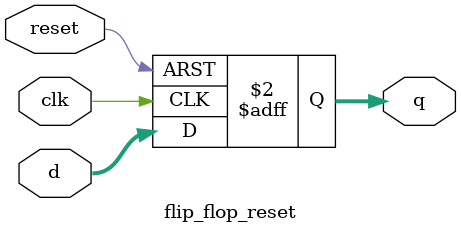
<source format=sv>
module cond_logic(input logic clk, reset,
                  input logic [3:0] Cond, ALUFlags,
						input logic [1:0] FlagW,
						input logic PCS, RegW, MemW
						);
						
	logic [1:0] FlagWrite;
	logic [3:0] Flags;
	logic CondEx;
	
	flip_flop_reset #(2) ff_1 (clk, reset, FlagWrite[1],
	                           ALUFlags[3:2], Flags[3:2]);
										
	flip_flop_reset #(2) ff_0 (clk, reset, FlagWrite[0],
	                           ALUFlags[1:0], Flags[1:2]);
	
	cond_check cc(Cond, Flags, CondEx);
	
	assign FlagWrite = FlagW  & {2{CondEx}};
	assign RegWrite = RegW & CondEx;
	assign MemWrite = MemW & CondEx;
	assign PCSrc = PCS & CondEx;
	
endmodule


module flip_flop_reset #(parameter WIDTH = 8)
				  (input logic clk, reset,
               input logic [WIDTH-1:0] d,
					output logic [WIDTH-1:0] q);
					
	always_ff @(posedge clk, posedge reset)
		if(reset) q <= 0;
		else q <= d;
		
endmodule

</source>
